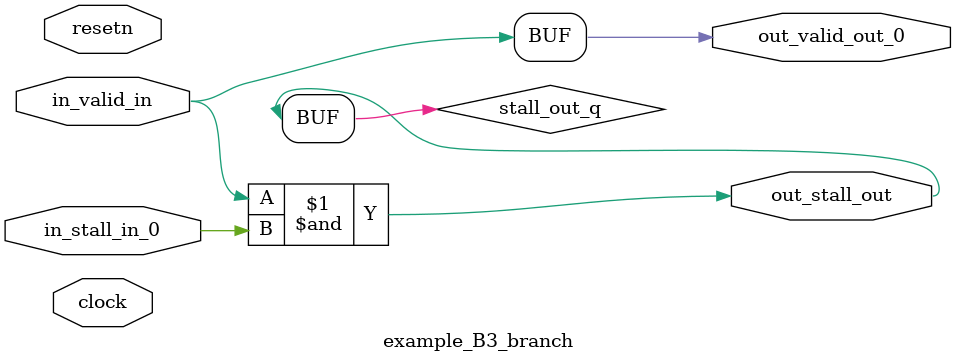
<source format=sv>



(* altera_attribute = "-name AUTO_SHIFT_REGISTER_RECOGNITION OFF; -name MESSAGE_DISABLE 10036; -name MESSAGE_DISABLE 10037; -name MESSAGE_DISABLE 14130; -name MESSAGE_DISABLE 14320; -name MESSAGE_DISABLE 15400; -name MESSAGE_DISABLE 14130; -name MESSAGE_DISABLE 10036; -name MESSAGE_DISABLE 12020; -name MESSAGE_DISABLE 12030; -name MESSAGE_DISABLE 12010; -name MESSAGE_DISABLE 12110; -name MESSAGE_DISABLE 14320; -name MESSAGE_DISABLE 13410; -name MESSAGE_DISABLE 113007; -name MESSAGE_DISABLE 10958" *)
module example_B3_branch (
    input wire [0:0] in_stall_in_0,
    input wire [0:0] in_valid_in,
    output wire [0:0] out_stall_out,
    output wire [0:0] out_valid_out_0,
    input wire clock,
    input wire resetn
    );

    wire [0:0] stall_out_q;


    // stall_out(LOGICAL,6)
    assign stall_out_q = in_valid_in & in_stall_in_0;

    // out_stall_out(GPOUT,4)
    assign out_stall_out = stall_out_q;

    // out_valid_out_0(GPOUT,5)
    assign out_valid_out_0 = in_valid_in;

endmodule

</source>
